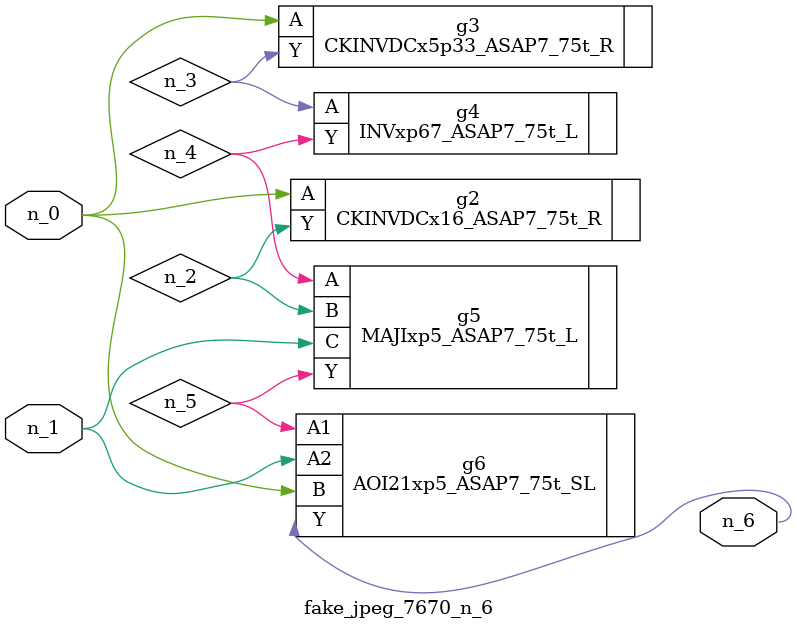
<source format=v>
module fake_jpeg_7670_n_6 (n_0, n_1, n_6);

input n_0;
input n_1;

output n_6;

wire n_2;
wire n_3;
wire n_4;
wire n_5;

CKINVDCx16_ASAP7_75t_R g2 ( 
.A(n_0),
.Y(n_2)
);

CKINVDCx5p33_ASAP7_75t_R g3 ( 
.A(n_0),
.Y(n_3)
);

INVxp67_ASAP7_75t_L g4 ( 
.A(n_3),
.Y(n_4)
);

MAJIxp5_ASAP7_75t_L g5 ( 
.A(n_4),
.B(n_2),
.C(n_1),
.Y(n_5)
);

AOI21xp5_ASAP7_75t_SL g6 ( 
.A1(n_5),
.A2(n_1),
.B(n_0),
.Y(n_6)
);


endmodule
</source>
